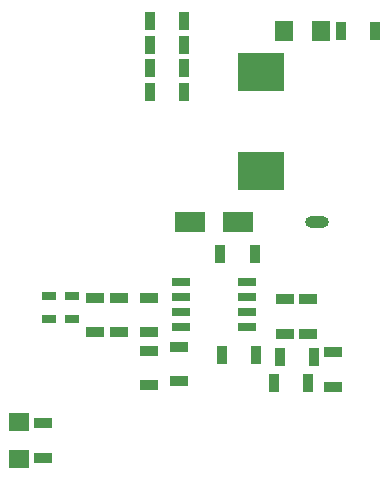
<source format=gtp>
G04*
G04 #@! TF.GenerationSoftware,Altium Limited,Altium Designer,22.7.1 (60)*
G04*
G04 Layer_Color=8421504*
%FSLAX44Y44*%
%MOMM*%
G71*
G04*
G04 #@! TF.SameCoordinates,B907E7F6-3D8B-4148-802C-DA242210B7AD*
G04*
G04*
G04 #@! TF.FilePolarity,Positive*
G04*
G01*
G75*
%ADD12R,0.9000X1.6000*%
%ADD13R,1.5000X1.6600*%
%ADD14R,1.6600X1.5000*%
%ADD15R,1.6000X0.9000*%
%ADD16R,4.0000X3.2000*%
%ADD17O,2.0000X1.0000*%
%ADD18R,2.5000X1.7000*%
%ADD19R,1.6500X0.6500*%
%ADD20R,1.3000X0.7000*%
D12*
X381500Y387000D02*
D03*
X352500D02*
D03*
X190500Y335000D02*
D03*
X219500D02*
D03*
X190500Y355000D02*
D03*
X219500D02*
D03*
X191000Y375000D02*
D03*
X220000D02*
D03*
X191000Y395000D02*
D03*
X220000D02*
D03*
X252000Y112500D02*
D03*
X281000D02*
D03*
X329500Y111000D02*
D03*
X300500D02*
D03*
X296000Y88750D02*
D03*
X325000D02*
D03*
X250500Y198000D02*
D03*
X279500D02*
D03*
D13*
X335500Y387000D02*
D03*
X304500D02*
D03*
D14*
X80000Y55500D02*
D03*
Y24500D02*
D03*
D15*
X100000Y54500D02*
D03*
Y25500D02*
D03*
X190250Y132000D02*
D03*
Y161000D02*
D03*
X305000Y159500D02*
D03*
Y130500D02*
D03*
X325000Y159500D02*
D03*
Y130500D02*
D03*
X346000Y85500D02*
D03*
Y114500D02*
D03*
X215000Y90500D02*
D03*
Y119500D02*
D03*
X190250Y87000D02*
D03*
Y116000D02*
D03*
X165000Y161000D02*
D03*
Y132000D02*
D03*
X144000Y161000D02*
D03*
Y132000D02*
D03*
D16*
X285000Y352000D02*
D03*
Y268000D02*
D03*
D17*
X332000Y225000D02*
D03*
D18*
X225000D02*
D03*
X265000D02*
D03*
D19*
X216750Y135950D02*
D03*
Y148650D02*
D03*
Y161350D02*
D03*
Y174050D02*
D03*
X273250Y135950D02*
D03*
Y148650D02*
D03*
Y161350D02*
D03*
Y174050D02*
D03*
D20*
X124500Y143000D02*
D03*
Y162000D02*
D03*
X105000Y143000D02*
D03*
Y162000D02*
D03*
M02*

</source>
